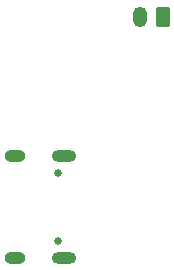
<source format=gbs>
G04 #@! TF.GenerationSoftware,KiCad,Pcbnew,8.0.3*
G04 #@! TF.CreationDate,2024-07-05T13:17:58+02:00*
G04 #@! TF.ProjectId,ESP32-C3-V2,45535033-322d-4433-932d-56322e6b6963,rev?*
G04 #@! TF.SameCoordinates,Original*
G04 #@! TF.FileFunction,Soldermask,Bot*
G04 #@! TF.FilePolarity,Negative*
%FSLAX46Y46*%
G04 Gerber Fmt 4.6, Leading zero omitted, Abs format (unit mm)*
G04 Created by KiCad (PCBNEW 8.0.3) date 2024-07-05 13:17:58*
%MOMM*%
%LPD*%
G01*
G04 APERTURE LIST*
G04 Aperture macros list*
%AMRoundRect*
0 Rectangle with rounded corners*
0 $1 Rounding radius*
0 $2 $3 $4 $5 $6 $7 $8 $9 X,Y pos of 4 corners*
0 Add a 4 corners polygon primitive as box body*
4,1,4,$2,$3,$4,$5,$6,$7,$8,$9,$2,$3,0*
0 Add four circle primitives for the rounded corners*
1,1,$1+$1,$2,$3*
1,1,$1+$1,$4,$5*
1,1,$1+$1,$6,$7*
1,1,$1+$1,$8,$9*
0 Add four rect primitives between the rounded corners*
20,1,$1+$1,$2,$3,$4,$5,0*
20,1,$1+$1,$4,$5,$6,$7,0*
20,1,$1+$1,$6,$7,$8,$9,0*
20,1,$1+$1,$8,$9,$2,$3,0*%
G04 Aperture macros list end*
%ADD10C,0.660000*%
%ADD11O,2.100000X1.000000*%
%ADD12O,1.800000X1.000000*%
%ADD13RoundRect,0.250000X0.350000X0.625000X-0.350000X0.625000X-0.350000X-0.625000X0.350000X-0.625000X0*%
%ADD14O,1.200000X1.750000*%
G04 APERTURE END LIST*
D10*
G04 #@! TO.C,U1*
X38000000Y-4520000D03*
X38000000Y-10300000D03*
D11*
X38500000Y-3090000D03*
D12*
X34320000Y-3090000D03*
D11*
X38500000Y-11730000D03*
D12*
X34320000Y-11730000D03*
G04 #@! TD*
D13*
G04 #@! TO.C,J2*
X46900000Y8650000D03*
D14*
X44900000Y8650000D03*
G04 #@! TD*
M02*

</source>
